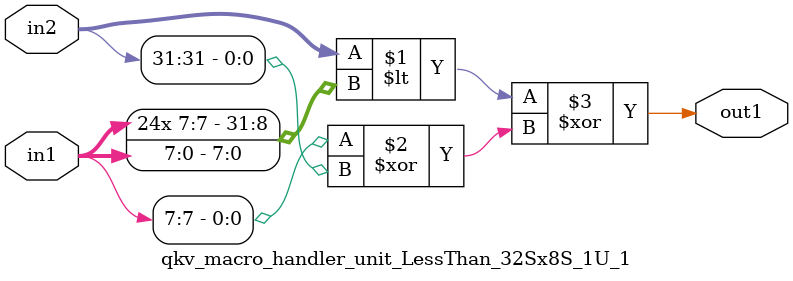
<source format=v>

`timescale 1ps / 1ps


module qkv_macro_handler_unit_LessThan_32Sx8S_1U_1( in2, in1, out1 );

    input [31:0] in2;
    input [7:0] in1;
    output out1;

    
    // rtl_process:qkv_macro_handler_hub_LessThan_32Sx8S_1U_1/qkv_macro_handler_hub_LessThan_32Sx8S_1U_1_thread_1
    assign out1 = (in2 < {{ 24 {in1[7]}}, in1} ^ (in1[7] ^ in2[31]));

endmodule





</source>
